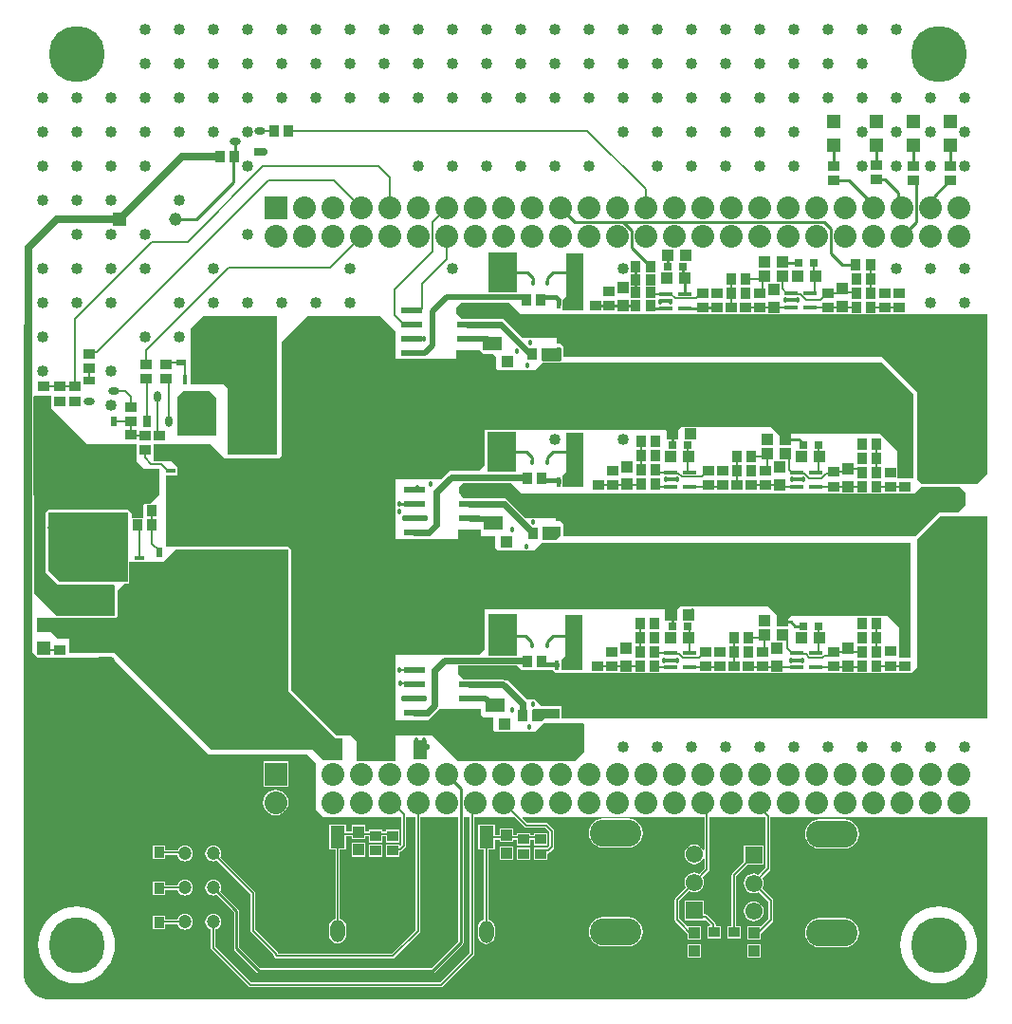
<source format=gbr>
G04*
G04 #@! TF.GenerationSoftware,Altium Limited,Altium Designer,23.6.0 (18)*
G04*
G04 Layer_Physical_Order=1*
G04 Layer_Color=255*
%FSLAX25Y25*%
%MOIN*%
G70*
G04*
G04 #@! TF.SameCoordinates,4C77A988-F8BE-4A75-A6A8-83DB4AFB9164*
G04*
G04*
G04 #@! TF.FilePolarity,Positive*
G04*
G01*
G75*
%ADD15C,0.01000*%
%ADD19C,0.01500*%
%ADD20C,0.02000*%
%ADD24R,0.01575X0.03268*%
%ADD25C,0.06505*%
%ADD31R,0.02559X0.02756*%
%ADD32R,0.04765X0.01465*%
G04:AMPARAMS|DCode=33|XSize=47.65mil|YSize=14.65mil|CornerRadius=7.33mil|HoleSize=0mil|Usage=FLASHONLY|Rotation=0.000|XOffset=0mil|YOffset=0mil|HoleType=Round|Shape=RoundedRectangle|*
%AMROUNDEDRECTD33*
21,1,0.04765,0.00000,0,0,0.0*
21,1,0.03300,0.01465,0,0,0.0*
1,1,0.01465,0.01650,0.00000*
1,1,0.01465,-0.01650,0.00000*
1,1,0.01465,-0.01650,0.00000*
1,1,0.01465,0.01650,0.00000*
%
%ADD33ROUNDEDRECTD33*%
%ADD38R,0.03268X0.01575*%
%ADD44O,0.03268X0.01575*%
G04:AMPARAMS|DCode=46|XSize=69.06mil|YSize=124.89mil|CornerRadius=17.96mil|HoleSize=0mil|Usage=FLASHONLY|Rotation=0.000|XOffset=0mil|YOffset=0mil|HoleType=Round|Shape=RoundedRectangle|*
%AMROUNDEDRECTD46*
21,1,0.06906,0.08897,0,0,0.0*
21,1,0.03315,0.12489,0,0,0.0*
1,1,0.03591,0.01658,-0.04449*
1,1,0.03591,-0.01658,-0.04449*
1,1,0.03591,-0.01658,0.04449*
1,1,0.03591,0.01658,0.04449*
%
%ADD46ROUNDEDRECTD46*%
G04:AMPARAMS|DCode=47|XSize=69.06mil|YSize=35.96mil|CornerRadius=17.98mil|HoleSize=0mil|Usage=FLASHONLY|Rotation=0.000|XOffset=0mil|YOffset=0mil|HoleType=Round|Shape=RoundedRectangle|*
%AMROUNDEDRECTD47*
21,1,0.06906,0.00000,0,0,0.0*
21,1,0.03310,0.03596,0,0,0.0*
1,1,0.03596,0.01655,0.00000*
1,1,0.03596,-0.01655,0.00000*
1,1,0.03596,-0.01655,0.00000*
1,1,0.03596,0.01655,0.00000*
%
%ADD47ROUNDEDRECTD47*%
%ADD48R,0.06906X0.03596*%
%ADD57R,0.04528X0.04528*%
%ADD58C,0.04528*%
%ADD59C,0.06102*%
%ADD60R,0.06102X0.06102*%
G04:AMPARAMS|DCode=61|XSize=94.49mil|YSize=181.1mil|CornerRadius=47.24mil|HoleSize=0mil|Usage=FLASHONLY|Rotation=270.000|XOffset=0mil|YOffset=0mil|HoleType=Round|Shape=RoundedRectangle|*
%AMROUNDEDRECTD61*
21,1,0.09449,0.08661,0,0,270.0*
21,1,0.00000,0.18110,0,0,270.0*
1,1,0.09449,-0.04331,0.00000*
1,1,0.09449,-0.04331,0.00000*
1,1,0.09449,0.04331,0.00000*
1,1,0.09449,0.04331,0.00000*
%
%ADD61ROUNDEDRECTD61*%
%ADD63R,0.08000X0.08000*%
%ADD64C,0.08000*%
%ADD65R,0.07800X0.02200*%
%ADD66R,0.03937X0.03937*%
%ADD67R,0.07087X0.05118*%
%ADD68R,0.02362X0.03543*%
%ADD69R,0.03937X0.03543*%
%ADD70R,0.03543X0.03937*%
%ADD71R,0.03937X0.03937*%
%ADD72R,0.05118X0.13386*%
%ADD73R,0.03937X0.02756*%
%ADD74O,0.03937X0.02756*%
%ADD75R,0.02756X0.03937*%
%ADD76O,0.02756X0.03937*%
%ADD77R,0.13386X0.05118*%
%ADD78R,0.03543X0.02362*%
%ADD79R,0.04724X0.04724*%
%ADD80R,0.05906X0.05118*%
%ADD81R,0.17323X0.07480*%
%ADD82R,0.05118X0.07874*%
%ADD83O,0.05118X0.07874*%
%ADD84R,0.05118X0.07087*%
%ADD85R,0.08661X0.09843*%
%ADD86C,0.00800*%
%ADD87C,0.02200*%
%ADD88C,0.02800*%
%ADD89C,0.01200*%
%ADD90C,0.07087*%
%ADD91R,0.07087X0.07087*%
%ADD92C,0.04724*%
%ADD93C,0.19685*%
%ADD94C,0.04000*%
%ADD95C,0.01800*%
G36*
X154674Y229157D02*
X144674D01*
X144674Y243157D01*
X154674Y243157D01*
Y229157D01*
D02*
G37*
G36*
X177986Y222971D02*
X170763D01*
X170762Y226551D01*
X172013Y227802D01*
Y243000D01*
X177986D01*
Y222971D01*
D02*
G37*
G36*
X170316Y205732D02*
X169584Y205000D01*
X164000Y205000D01*
X163341Y205659D01*
Y209733D01*
X170316D01*
Y205732D01*
D02*
G37*
G36*
X49000Y192106D02*
Y179000D01*
X35500D01*
Y192606D01*
X37571Y194677D01*
X46429D01*
X49000Y192106D01*
D02*
G37*
G36*
X70500Y172500D02*
X53500D01*
X53000Y173000D01*
Y195500D01*
X51461Y197039D01*
X40130D01*
Y200307D01*
X40000Y200437D01*
Y216500D01*
X44500Y221000D01*
X70500D01*
Y172500D01*
D02*
G37*
G36*
X154525Y166087D02*
X144525D01*
X144525Y180087D01*
X154525Y180087D01*
Y166087D01*
D02*
G37*
G36*
X112000Y215500D02*
Y206000D01*
X133500D01*
Y209000D01*
X141500D01*
X142088Y208412D01*
Y208332D01*
X142168D01*
X143000Y207500D01*
X146500D01*
X147500Y206500D01*
Y202512D01*
X147457Y202468D01*
X147925Y202000D01*
X161000D01*
X163577Y204577D01*
X163977D01*
X164000Y204567D01*
X169584Y204567D01*
X169607Y204577D01*
X282923D01*
X294000Y193500D01*
Y164000D01*
X288500D01*
Y173500D01*
X282500Y179500D01*
X251049D01*
Y175500D01*
X247094D01*
Y178906D01*
X244000Y182000D01*
X212500D01*
X211339Y180839D01*
Y177848D01*
X207381D01*
Y180619D01*
X207000Y181000D01*
X143500D01*
Y168500D01*
X141500Y166500D01*
X131000D01*
X128000Y163500D01*
X112100D01*
Y155137D01*
X112073Y155000D01*
X112100Y154863D01*
Y152423D01*
X112033Y152087D01*
X112100Y151752D01*
Y142400D01*
X133937D01*
X134000Y142338D01*
Y146000D01*
X142218D01*
Y143782D01*
X142500Y143500D01*
X147000D01*
Y139500D01*
X147926Y138574D01*
X157991D01*
X158000Y138573D01*
X158009Y138574D01*
X160574D01*
X163359Y141359D01*
X293000D01*
Y101000D01*
X289000D01*
Y111500D01*
X285000Y115500D01*
X251000D01*
X250000Y114500D01*
Y112000D01*
X246000D01*
Y116000D01*
X243000Y119000D01*
X212000D01*
X211000Y118000D01*
Y114000D01*
X207000D01*
Y118000D01*
X143500D01*
Y104000D01*
X141500Y102000D01*
X112000D01*
Y79000D01*
X123500D01*
X127500Y83000D01*
X142000D01*
Y81000D01*
X143000Y80000D01*
X146500D01*
Y75500D01*
X147016Y74984D01*
X160984D01*
X164000Y78000D01*
X178180D01*
X178532Y77645D01*
X178477Y67977D01*
X175000Y64500D01*
X134000D01*
X125000Y73500D01*
X112000D01*
Y64500D01*
X98325D01*
Y71650D01*
X96474Y73500D01*
X91500D01*
X75500Y89500D01*
Y139000D01*
X74500Y140000D01*
X31371D01*
X31371Y165000D01*
X35500D01*
Y168000D01*
X33500Y170000D01*
X27000D01*
Y176000D01*
X47000D01*
X52000Y171000D01*
X71000D01*
X72000Y172000D01*
Y212000D01*
X81000Y221000D01*
X106500D01*
X112000Y215500D01*
D02*
G37*
G36*
X155975Y221646D02*
X242632D01*
Y221632D01*
X247369D01*
Y221646D01*
X271769D01*
Y221632D01*
X276113D01*
Y221646D01*
X276887D01*
Y221632D01*
X281231D01*
Y221646D01*
X320197D01*
Y165697D01*
X316500Y162000D01*
X297000D01*
X295500Y163500D01*
Y194000D01*
X283035Y206465D01*
X171156D01*
Y209943D01*
X170029Y211367D01*
X168588D01*
Y213138D01*
X156862D01*
X150000Y220000D01*
X135000D01*
X133500Y222000D01*
Y224000D01*
X135000Y225500D01*
X152121D01*
X155975Y221646D01*
D02*
G37*
G36*
X178076Y160832D02*
X170702D01*
X170702Y164765D01*
X172104Y166166D01*
Y179795D01*
X178076D01*
Y160832D01*
D02*
G37*
G36*
X-9000Y188500D02*
X3500Y176000D01*
X21000D01*
Y170000D01*
X23850Y167150D01*
X29004D01*
Y158291D01*
X25713Y155000D01*
X24000D01*
X23500Y154500D01*
Y150000D01*
X19500D01*
Y151500D01*
X18000Y153000D01*
X-10000D01*
X-11000Y152000D01*
Y131000D01*
X-6500Y126500D01*
X13000D01*
X13500Y126000D01*
Y115500D01*
X4321D01*
Y115613D01*
X-2384D01*
Y115500D01*
X-7000Y115500D01*
X-15093Y123593D01*
X-15124Y192646D01*
X-14770Y193000D01*
X-9000D01*
Y188500D01*
D02*
G37*
G36*
X156356Y158500D02*
X168746D01*
Y158536D01*
X177604Y158536D01*
Y158500D01*
X268632D01*
Y158482D01*
X273369D01*
Y158500D01*
X294500D01*
X296762Y160762D01*
X310238Y160762D01*
X312500Y158500D01*
Y154500D01*
X310000Y152000D01*
X303000D01*
X294695Y143695D01*
X171161D01*
Y147717D01*
X170124Y149028D01*
Y148812D01*
X168549D01*
Y149900D01*
X160639D01*
X160500Y149927D01*
X160361Y149900D01*
X157668D01*
X150806Y156762D01*
X135807D01*
X134307Y158762D01*
Y160761D01*
X135807Y162261D01*
X152594D01*
X156356Y158500D01*
D02*
G37*
G36*
X170210Y146646D02*
X170201Y143763D01*
X168681Y142374D01*
X163672Y142374D01*
Y147000D01*
X169857D01*
X170210Y146646D01*
D02*
G37*
G36*
X18004Y127500D02*
X-6000D01*
X-10000Y131500D01*
Y152000D01*
X18004D01*
Y127500D01*
D02*
G37*
G36*
X154852Y101633D02*
X144852D01*
X144852Y116133D01*
X154852Y116133D01*
X154852Y101633D01*
D02*
G37*
G36*
X177752Y96568D02*
X170528D01*
X170528Y100310D01*
X171779Y101561D01*
Y115823D01*
X177752D01*
Y96568D01*
D02*
G37*
G36*
X320197Y79401D02*
X170562D01*
Y84000D01*
X163311D01*
X161048Y86263D01*
X158237D01*
X151500Y93000D01*
X150522Y92999D01*
X150452Y93046D01*
X149867Y93163D01*
X138052D01*
X137904Y93133D01*
X136214D01*
X134000Y95000D01*
Y98375D01*
X154625D01*
X156367Y96633D01*
X167367D01*
X167603Y96397D01*
Y96210D01*
X167790D01*
X168500Y95500D01*
X190631D01*
Y95482D01*
X195369D01*
Y95500D01*
X243632D01*
Y95482D01*
X248369D01*
Y95500D01*
X268632D01*
Y95482D01*
X273369D01*
Y95500D01*
X293500D01*
X295500Y97500D01*
Y142500D01*
X303500Y150500D01*
X320197D01*
Y79401D01*
D02*
G37*
G36*
X169736Y79500D02*
X164363D01*
X163557Y78694D01*
X160002D01*
X159979Y82310D01*
X160414Y82748D01*
X169736D01*
Y79500D01*
D02*
G37*
G36*
X74500Y89000D02*
X91000Y72500D01*
X93500D01*
Y65500D01*
X93538Y65462D01*
X93347Y65000D01*
X86500D01*
X83000Y68500D01*
X47500D01*
X13500Y102500D01*
X-2500D01*
Y107500D01*
X-6500D01*
X-9000Y110000D01*
X-14000Y110000D01*
Y115000D01*
X14000D01*
X14500Y115500D01*
Y124642D01*
X16858Y127000D01*
X18500D01*
Y134500D01*
X30500D01*
X35000Y139000D01*
X74500D01*
Y89000D01*
D02*
G37*
G36*
X-15517Y102928D02*
X-13860Y101000D01*
X12500D01*
X46500Y67000D01*
X81000D01*
X84000Y64000D01*
Y47500D01*
X86500Y45000D01*
X114184D01*
Y35346D01*
X113830Y34992D01*
X113368Y35184D01*
Y35286D01*
X108632D01*
Y30942D01*
X113368D01*
Y32558D01*
X113700Y32892D01*
X114012Y32954D01*
X114277Y33131D01*
X115577Y34431D01*
X115577Y34431D01*
X115754Y34696D01*
X115816Y35008D01*
X115816Y35008D01*
Y45000D01*
X119184D01*
Y5338D01*
X110755Y-3091D01*
X71305D01*
X70816Y-3000D01*
X70754Y-2688D01*
X70577Y-2423D01*
X70577Y-2423D01*
X62816Y5338D01*
Y18102D01*
X62816Y18102D01*
X62754Y18415D01*
X62577Y18679D01*
X50452Y30804D01*
X50691Y31381D01*
X50786Y32102D01*
X50691Y32823D01*
X50413Y33495D01*
X49970Y34072D01*
X49393Y34515D01*
X48721Y34793D01*
X48000Y34888D01*
X47279Y34793D01*
X46607Y34515D01*
X46030Y34072D01*
X45587Y33495D01*
X45309Y32823D01*
X45214Y32102D01*
X45309Y31381D01*
X45587Y30709D01*
X46030Y30132D01*
X46607Y29690D01*
X47279Y29411D01*
X48000Y29316D01*
X48721Y29411D01*
X49298Y29650D01*
X61184Y17764D01*
Y5000D01*
X61184Y5000D01*
X61246Y4688D01*
X61423Y4423D01*
X69184Y-3338D01*
Y-3531D01*
X69184Y-3531D01*
X69246Y-3844D01*
X69423Y-4108D01*
X69799Y-4484D01*
X69799Y-4484D01*
X70064Y-4661D01*
X70376Y-4723D01*
X70376Y-4723D01*
X111093D01*
X111093Y-4723D01*
X111405Y-4661D01*
X111670Y-4484D01*
X120577Y4423D01*
X120577Y4423D01*
X120754Y4688D01*
X120816Y5000D01*
Y45000D01*
X134082D01*
Y1380D01*
X124620Y-8082D01*
X64380D01*
X57070Y-772D01*
Y11950D01*
X57000Y12302D01*
X56801Y12599D01*
X50494Y18906D01*
X50691Y19381D01*
X50786Y20102D01*
X50691Y20823D01*
X50413Y21495D01*
X49970Y22072D01*
X49393Y22515D01*
X48721Y22794D01*
X48000Y22888D01*
X47279Y22794D01*
X46607Y22515D01*
X46030Y22072D01*
X45587Y21495D01*
X45309Y20823D01*
X45214Y20102D01*
X45309Y19381D01*
X45587Y18709D01*
X46030Y18132D01*
X46607Y17690D01*
X47279Y17411D01*
X48000Y17316D01*
X48721Y17411D01*
X49196Y17608D01*
X55234Y11570D01*
Y-1152D01*
X55304Y-1503D01*
X55503Y-1801D01*
X63351Y-9649D01*
X63649Y-9848D01*
X64000Y-9918D01*
X125000D01*
X125351Y-9848D01*
X125649Y-9649D01*
X135649Y351D01*
X135848Y649D01*
X135918Y1000D01*
Y45000D01*
X138184D01*
Y-2662D01*
X127662Y-13184D01*
X61338D01*
X48816Y-662D01*
Y5450D01*
X49393Y5690D01*
X49970Y6132D01*
X50413Y6709D01*
X50691Y7381D01*
X50786Y8102D01*
X50691Y8823D01*
X50413Y9495D01*
X49970Y10072D01*
X49393Y10515D01*
X48721Y10793D01*
X48000Y10888D01*
X47279Y10793D01*
X46607Y10515D01*
X46030Y10072D01*
X45587Y9495D01*
X45309Y8823D01*
X45214Y8102D01*
X45309Y7381D01*
X45587Y6709D01*
X46030Y6132D01*
X46607Y5690D01*
X47184Y5450D01*
Y-1000D01*
X47184Y-1000D01*
X47246Y-1312D01*
X47423Y-1577D01*
X60423Y-14577D01*
X60688Y-14754D01*
X61000Y-14816D01*
X61000Y-14816D01*
X128000D01*
X128000Y-14816D01*
X128312Y-14754D01*
X128577Y-14577D01*
X139577Y-3577D01*
X139754Y-3312D01*
X139816Y-3000D01*
X139816Y-3000D01*
Y45000D01*
X153847D01*
X157423Y41423D01*
X157423Y41423D01*
X157688Y41246D01*
X158000Y41184D01*
X158000Y41184D01*
X164662D01*
X166184Y39662D01*
Y34838D01*
X165762Y34415D01*
X165368Y34172D01*
Y34172D01*
X165368Y34172D01*
X160632D01*
Y29828D01*
X165368D01*
Y31998D01*
X165669Y32353D01*
X165981Y32415D01*
X166245Y32592D01*
X167577Y33923D01*
X167754Y34188D01*
X167816Y34500D01*
X167816Y34500D01*
Y40000D01*
X167816Y40000D01*
X167754Y40312D01*
X167577Y40577D01*
X167577Y40577D01*
X165577Y42577D01*
X165312Y42754D01*
X165000Y42816D01*
X165000Y42816D01*
X158338D01*
X156615Y44538D01*
X156807Y45000D01*
X220684D01*
Y33415D01*
X220184Y33316D01*
X220074Y33583D01*
X219520Y34304D01*
X218799Y34857D01*
X217960Y35205D01*
X217059Y35324D01*
X216158Y35205D01*
X215319Y34857D01*
X214598Y34304D01*
X214044Y33583D01*
X213697Y32743D01*
X213578Y31842D01*
X213697Y30942D01*
X214044Y30102D01*
X214598Y29381D01*
X215319Y28828D01*
X216158Y28480D01*
X217059Y28362D01*
X217960Y28480D01*
X218799Y28828D01*
X219520Y29381D01*
X220074Y30102D01*
X220184Y30369D01*
X220684Y30270D01*
Y26779D01*
X218868Y24962D01*
X218799Y25015D01*
X217960Y25362D01*
X217059Y25481D01*
X216158Y25362D01*
X215319Y25015D01*
X214598Y24461D01*
X214044Y23741D01*
X213697Y22901D01*
X213578Y22000D01*
X213697Y21099D01*
X214044Y20259D01*
X214097Y20191D01*
X210423Y16518D01*
X210246Y16253D01*
X210184Y15941D01*
X210184Y15941D01*
Y8850D01*
X210184Y8850D01*
X210246Y8538D01*
X210423Y8274D01*
X214632Y4065D01*
Y1781D01*
X219369D01*
Y6518D01*
X214632D01*
X214632Y6518D01*
Y6518D01*
X214240Y6764D01*
X211816Y9188D01*
Y15603D01*
X215250Y19038D01*
X215319Y18985D01*
X216158Y18638D01*
X217059Y18519D01*
X217960Y18638D01*
X218799Y18985D01*
X219520Y19539D01*
X220074Y20259D01*
X220421Y21099D01*
X220540Y22000D01*
X220421Y22901D01*
X220074Y23741D01*
X220021Y23809D01*
X222077Y25864D01*
X222077Y25864D01*
X222254Y26129D01*
X222316Y26441D01*
X222316Y26441D01*
Y45000D01*
X242068D01*
X242184Y44884D01*
Y27074D01*
X239750Y24639D01*
X239681Y24692D01*
X238842Y25039D01*
X237941Y25158D01*
X237040Y25039D01*
X236200Y24692D01*
X235479Y24139D01*
X234926Y23418D01*
X234579Y22578D01*
X234460Y21677D01*
X234579Y20776D01*
X234926Y19937D01*
X235479Y19216D01*
X236200Y18663D01*
X237040Y18315D01*
X237941Y18196D01*
X238842Y18315D01*
X239681Y18663D01*
X239750Y18715D01*
X243184Y15280D01*
Y9188D01*
X240760Y6764D01*
X240369Y6518D01*
Y6518D01*
X240369Y6518D01*
X235631D01*
Y1781D01*
X240369D01*
Y4065D01*
X244577Y8274D01*
X244754Y8538D01*
X244816Y8850D01*
X244816Y8850D01*
Y15618D01*
X244754Y15930D01*
X244577Y16195D01*
X244577Y16195D01*
X240903Y19869D01*
X240955Y19937D01*
X241303Y20776D01*
X241422Y21677D01*
X241303Y22578D01*
X240955Y23418D01*
X240903Y23486D01*
X243577Y26159D01*
X243577Y26160D01*
X243754Y26424D01*
X243816Y26736D01*
X243816Y26736D01*
Y45000D01*
X320197D01*
Y-10000D01*
Y-10906D01*
X319844Y-12683D01*
X319150Y-14356D01*
X318144Y-15863D01*
X316863Y-17144D01*
X315356Y-18150D01*
X313683Y-18844D01*
X311906Y-19197D01*
X-10174D01*
X-11951Y-18844D01*
X-13625Y-18150D01*
X-15131Y-17144D01*
X-16412Y-15863D01*
X-17418Y-14356D01*
X-18112Y-12683D01*
X-18465Y-10906D01*
Y-10000D01*
Y218000D01*
X-15568D01*
X-15517Y102928D01*
D02*
G37*
%LPC*%
G36*
X173554Y77181D02*
Y77137D01*
X173887D01*
X173554Y77181D01*
D02*
G37*
G36*
X173154D02*
X172822Y77137D01*
X173154D01*
Y77181D01*
D02*
G37*
G36*
X74400Y64400D02*
X65600D01*
Y55600D01*
X74400D01*
Y64400D01*
D02*
G37*
G36*
X70000Y54438D02*
X68851Y54287D01*
X67781Y53843D01*
X66862Y53138D01*
X66157Y52219D01*
X65713Y51149D01*
X65562Y50000D01*
X65713Y48851D01*
X66157Y47781D01*
X66862Y46862D01*
X67781Y46157D01*
X68851Y45713D01*
X70000Y45562D01*
X71149Y45713D01*
X72219Y46157D01*
X73138Y46862D01*
X73843Y47781D01*
X74287Y48851D01*
X74438Y50000D01*
X74287Y51149D01*
X73843Y52219D01*
X73138Y53138D01*
X72219Y53843D01*
X71149Y54287D01*
X70000Y54438D01*
D02*
G37*
G36*
X94676Y42337D02*
X88757D01*
Y33663D01*
X90901D01*
Y9172D01*
X90224Y8892D01*
X89606Y8417D01*
X89132Y7799D01*
X88834Y7080D01*
X88732Y6307D01*
Y3551D01*
X88834Y2779D01*
X89132Y2059D01*
X89606Y1441D01*
X90224Y967D01*
X90944Y668D01*
X91716Y567D01*
X92489Y668D01*
X93209Y967D01*
X93827Y1441D01*
X94301Y2059D01*
X94599Y2779D01*
X94701Y3551D01*
Y6307D01*
X94599Y7080D01*
X94301Y7799D01*
X93827Y8417D01*
X93209Y8892D01*
X92532Y9172D01*
Y33663D01*
X94676D01*
Y38184D01*
X96631D01*
Y37340D01*
X101368D01*
Y38184D01*
X102631D01*
Y36061D01*
X107369D01*
Y38184D01*
X108632D01*
Y36061D01*
X113368D01*
Y40404D01*
X108632D01*
Y39816D01*
X107369D01*
Y40404D01*
X102631D01*
Y39816D01*
X101368D01*
Y42077D01*
X96631D01*
Y39816D01*
X94676D01*
Y42337D01*
D02*
G37*
G36*
X146959Y42124D02*
X141041D01*
Y33450D01*
X143184D01*
Y8959D01*
X142508Y8679D01*
X141890Y8205D01*
X141415Y7587D01*
X141117Y6867D01*
X141015Y6095D01*
Y3339D01*
X141117Y2566D01*
X141415Y1846D01*
X141890Y1228D01*
X142508Y754D01*
X143228Y456D01*
X144000Y354D01*
X144773Y456D01*
X145492Y754D01*
X146110Y1228D01*
X146585Y1846D01*
X146883Y2566D01*
X146985Y3339D01*
Y6095D01*
X146883Y6867D01*
X146585Y7587D01*
X146110Y8205D01*
X145492Y8679D01*
X144816Y8959D01*
Y33450D01*
X146959D01*
Y36972D01*
X148632D01*
Y36226D01*
X153368D01*
Y36972D01*
X154631D01*
Y34946D01*
X159369D01*
Y36972D01*
X160632D01*
Y34947D01*
X165368D01*
Y39290D01*
X160632D01*
Y38603D01*
X159369D01*
Y39290D01*
X154631D01*
Y38603D01*
X153368D01*
Y40963D01*
X148632D01*
Y38603D01*
X146959D01*
Y42124D01*
D02*
G37*
G36*
X193831Y44491D02*
X185169D01*
X183832Y44315D01*
X182585Y43799D01*
X181515Y42978D01*
X180693Y41907D01*
X180177Y40661D01*
X180001Y39323D01*
X180177Y37985D01*
X180693Y36738D01*
X181515Y35668D01*
X182585Y34847D01*
X183832Y34330D01*
X185169Y34154D01*
X193831D01*
X195168Y34330D01*
X196415Y34847D01*
X197485Y35668D01*
X198307Y36738D01*
X198823Y37985D01*
X198999Y39323D01*
X198823Y40661D01*
X198307Y41907D01*
X197485Y42978D01*
X196415Y43799D01*
X195168Y44315D01*
X193831Y44491D01*
D02*
G37*
G36*
X269831Y44169D02*
X261169D01*
X259832Y43992D01*
X258585Y43476D01*
X257515Y42655D01*
X256693Y41584D01*
X256177Y40338D01*
X256001Y39000D01*
X256177Y37662D01*
X256693Y36416D01*
X257515Y35345D01*
X258585Y34524D01*
X259832Y34007D01*
X261169Y33831D01*
X269831D01*
X271168Y34007D01*
X272415Y34524D01*
X273485Y35345D01*
X274307Y36416D01*
X274823Y37662D01*
X274999Y39000D01*
X274823Y40338D01*
X274307Y41584D01*
X273485Y42655D01*
X272415Y43476D01*
X271168Y43992D01*
X269831Y44169D01*
D02*
G37*
G36*
X38000Y34888D02*
X37279Y34793D01*
X36607Y34515D01*
X36030Y34072D01*
X35587Y33495D01*
X35513Y33316D01*
X31231Y33316D01*
Y34868D01*
X26887D01*
Y30132D01*
X31231D01*
Y31684D01*
X35269Y31684D01*
X35309Y31381D01*
X35587Y30709D01*
X36030Y30132D01*
X36607Y29690D01*
X37279Y29411D01*
X38000Y29316D01*
X38721Y29411D01*
X39393Y29690D01*
X39970Y30132D01*
X40413Y30709D01*
X40691Y31381D01*
X40786Y32102D01*
X40691Y32823D01*
X40413Y33495D01*
X39970Y34072D01*
X39393Y34515D01*
X38721Y34793D01*
X38000Y34888D01*
D02*
G37*
G36*
X101368Y35778D02*
X96631D01*
Y31041D01*
X101368D01*
Y35778D01*
D02*
G37*
G36*
X107369Y35286D02*
X102631D01*
Y30942D01*
X107369D01*
Y35286D01*
D02*
G37*
G36*
X153368Y34664D02*
X148632D01*
Y29927D01*
X153368D01*
Y34664D01*
D02*
G37*
G36*
X159369Y34172D02*
X154631D01*
Y29828D01*
X159369D01*
Y34172D01*
D02*
G37*
G36*
X38000Y22888D02*
X37279Y22793D01*
X36607Y22515D01*
X36030Y22072D01*
X35587Y21495D01*
X35348Y20918D01*
X31231Y20918D01*
Y22368D01*
X26887D01*
Y17631D01*
X31231D01*
Y19287D01*
X35348Y19287D01*
X35587Y18709D01*
X36030Y18132D01*
X36607Y17690D01*
X37279Y17411D01*
X38000Y17316D01*
X38721Y17411D01*
X39393Y17690D01*
X39970Y18132D01*
X40413Y18709D01*
X40691Y19381D01*
X40786Y20102D01*
X40691Y20823D01*
X40413Y21495D01*
X39970Y22072D01*
X39393Y22515D01*
X38721Y22793D01*
X38000Y22888D01*
D02*
G37*
G36*
Y10888D02*
X37279Y10793D01*
X36607Y10515D01*
X36030Y10072D01*
X35587Y9495D01*
X35348Y8918D01*
X31231D01*
Y10368D01*
X26887D01*
Y5632D01*
X31231D01*
Y7287D01*
X35348D01*
X35587Y6709D01*
X36030Y6132D01*
X36607Y5690D01*
X37279Y5411D01*
X38000Y5316D01*
X38721Y5411D01*
X39393Y5690D01*
X39970Y6132D01*
X40413Y6709D01*
X40691Y7381D01*
X40786Y8102D01*
X40691Y8823D01*
X40413Y9495D01*
X39970Y10072D01*
X39393Y10515D01*
X38721Y10793D01*
X38000Y10888D01*
D02*
G37*
G36*
X237941Y15316D02*
X237040Y15197D01*
X236200Y14849D01*
X235479Y14296D01*
X234926Y13575D01*
X234579Y12736D01*
X234460Y11835D01*
X234579Y10934D01*
X234926Y10094D01*
X235479Y9373D01*
X236200Y8820D01*
X237040Y8472D01*
X237941Y8354D01*
X238842Y8472D01*
X239681Y8820D01*
X240402Y9373D01*
X240955Y10094D01*
X241303Y10934D01*
X241422Y11835D01*
X241303Y12736D01*
X240955Y13575D01*
X240402Y14296D01*
X239681Y14849D01*
X238842Y15197D01*
X237941Y15316D01*
D02*
G37*
G36*
X241392Y34971D02*
X234490D01*
Y29222D01*
X230423Y25155D01*
X230246Y24891D01*
X230184Y24579D01*
X230184Y24579D01*
Y6731D01*
X228631D01*
Y2387D01*
X233368D01*
Y6731D01*
X231816D01*
Y24241D01*
X235643Y28069D01*
X241392D01*
Y34971D01*
D02*
G37*
G36*
X220510Y15609D02*
X213608D01*
Y8706D01*
X220510D01*
Y8706D01*
X221010Y8836D01*
X222616Y7231D01*
X222409Y6731D01*
X221632D01*
Y2387D01*
X226368D01*
Y6731D01*
X224571D01*
Y7245D01*
X224509Y7557D01*
X224332Y7822D01*
X224332Y7822D01*
X221601Y10552D01*
X221337Y10729D01*
X221024Y10791D01*
X221024Y10791D01*
X220510D01*
Y15609D01*
D02*
G37*
G36*
X193831Y9846D02*
X185169D01*
X183832Y9670D01*
X182585Y9153D01*
X181515Y8332D01*
X180693Y7261D01*
X180177Y6015D01*
X180001Y4677D01*
X180177Y3339D01*
X180693Y2093D01*
X181515Y1022D01*
X182585Y201D01*
X183832Y-315D01*
X185169Y-491D01*
X193831D01*
X195168Y-315D01*
X196415Y201D01*
X197485Y1022D01*
X198307Y2093D01*
X198823Y3339D01*
X198999Y4677D01*
X198823Y6015D01*
X198307Y7261D01*
X197485Y8332D01*
X196415Y9153D01*
X195168Y9670D01*
X193831Y9846D01*
D02*
G37*
G36*
X269831Y9523D02*
X261169D01*
X259832Y9347D01*
X258585Y8830D01*
X257515Y8009D01*
X256693Y6939D01*
X256177Y5692D01*
X256001Y4354D01*
X256177Y3017D01*
X256693Y1770D01*
X257515Y700D01*
X258585Y-122D01*
X259832Y-638D01*
X261169Y-814D01*
X269831D01*
X271168Y-638D01*
X272415Y-122D01*
X273485Y700D01*
X274307Y1770D01*
X274823Y3017D01*
X274999Y4354D01*
X274823Y5692D01*
X274307Y6939D01*
X273485Y8009D01*
X272415Y8830D01*
X271168Y9347D01*
X269831Y9523D01*
D02*
G37*
G36*
X240369Y219D02*
X235631D01*
Y-4518D01*
X240369D01*
Y219D01*
D02*
G37*
G36*
X219369D02*
X214632D01*
Y-4518D01*
X219369D01*
Y219D01*
D02*
G37*
G36*
X303000Y13441D02*
X300897Y13276D01*
X298846Y12784D01*
X296898Y11976D01*
X295099Y10874D01*
X293495Y9505D01*
X292126Y7901D01*
X291024Y6102D01*
X290216Y4154D01*
X289724Y2103D01*
X289559Y0D01*
X289724Y-2103D01*
X290216Y-4154D01*
X291024Y-6102D01*
X292126Y-7901D01*
X293495Y-9505D01*
X295099Y-10874D01*
X296898Y-11976D01*
X298846Y-12784D01*
X300897Y-13276D01*
X303000Y-13441D01*
X305103Y-13276D01*
X307154Y-12784D01*
X309102Y-11976D01*
X310901Y-10874D01*
X312505Y-9505D01*
X313874Y-7901D01*
X314976Y-6102D01*
X315784Y-4154D01*
X316276Y-2103D01*
X316441Y0D01*
X316276Y2103D01*
X315784Y4154D01*
X314976Y6102D01*
X313874Y7901D01*
X312505Y9505D01*
X310901Y10874D01*
X309102Y11976D01*
X307154Y12784D01*
X305103Y13276D01*
X303000Y13441D01*
D02*
G37*
G36*
X0D02*
X-2103Y13276D01*
X-4154Y12784D01*
X-6102Y11976D01*
X-7901Y10874D01*
X-9505Y9505D01*
X-10874Y7901D01*
X-11976Y6102D01*
X-12784Y4154D01*
X-13276Y2103D01*
X-13441Y0D01*
X-13276Y-2103D01*
X-12784Y-4154D01*
X-11976Y-6102D01*
X-10874Y-7901D01*
X-9505Y-9505D01*
X-7901Y-10874D01*
X-6102Y-11976D01*
X-4154Y-12784D01*
X-2103Y-13276D01*
X0Y-13441D01*
X2103Y-13276D01*
X4154Y-12784D01*
X6102Y-11976D01*
X7901Y-10874D01*
X9505Y-9505D01*
X10874Y-7901D01*
X11976Y-6102D01*
X12784Y-4154D01*
X13276Y-2103D01*
X13441Y0D01*
X13276Y2103D01*
X12784Y4154D01*
X11976Y6102D01*
X10874Y7901D01*
X9505Y9505D01*
X7901Y10874D01*
X6102Y11976D01*
X4154Y12784D01*
X2103Y13276D01*
X0Y13441D01*
D02*
G37*
%LPD*%
D15*
X118829Y159750D02*
X118929D01*
X119779Y160600D01*
X118704Y154875D02*
X118829Y154750D01*
X113625Y154875D02*
X118704D01*
X113500Y155000D02*
X113625Y154875D01*
X165525Y169587D02*
Y171087D01*
X167525Y173087D01*
X160525Y232587D02*
Y234087D01*
X158525Y236087D02*
X160525Y234087D01*
X170000Y258869D02*
Y258968D01*
Y258869D02*
X175000Y253869D01*
X130000Y60000D02*
X135000Y55000D01*
X125000Y-9000D02*
X135000Y1000D01*
Y55000D01*
X195100Y244768D02*
Y250900D01*
X192131Y253869D02*
X195100Y250900D01*
X175000Y253869D02*
X192131D01*
X262632D01*
X265100Y242900D02*
Y251400D01*
X262632Y253869D02*
X265100Y251400D01*
X269000Y239000D02*
X273882D01*
X265100Y242900D02*
X269000Y239000D01*
X195100Y244768D02*
X201584Y238284D01*
Y238087D02*
Y238284D01*
X307000Y273559D02*
Y280866D01*
X307000Y280866D01*
X294000Y273559D02*
Y280866D01*
X281000Y274000D02*
Y280866D01*
X281000Y280866D02*
X281000Y280866D01*
X266000Y273559D02*
Y280866D01*
X252500Y112000D02*
X255343D01*
X248150Y114000D02*
X248682Y113468D01*
X251032D01*
X252500Y112000D01*
X209343D02*
Y115508D01*
X208850Y116000D02*
X209343Y115508D01*
X254563Y176279D02*
Y176914D01*
X253977Y177500D02*
X254563Y176914D01*
X249150Y177500D02*
X253977D01*
X254563Y176279D02*
X255343Y175500D01*
X209343D02*
Y179492D01*
X209350Y179500D01*
X192025Y224646D02*
X196407D01*
X187189D02*
X192025D01*
X167525Y236087D02*
X174253D01*
X174253Y236087D01*
X165525Y232587D02*
Y234087D01*
X167525Y236087D01*
X207867Y242079D02*
X207875Y242087D01*
X207867Y238087D02*
Y242079D01*
X196466Y238087D02*
X196466Y238087D01*
Y233587D02*
Y238087D01*
Y229087D02*
Y233587D01*
X213459Y228646D02*
X213674Y228861D01*
X213182Y234579D02*
Y238087D01*
X213674Y228861D02*
Y234087D01*
X213182Y234579D02*
X213674Y234087D01*
X213393Y228646D02*
X213459D01*
X213178Y228861D02*
X213393Y228646D01*
X151796Y236087D02*
X158525D01*
X151796Y236087D02*
X151796Y236087D01*
X182525Y224646D02*
X187189D01*
X220000Y223941D02*
X220000Y223941D01*
X248650Y239500D02*
X253842D01*
X248150Y240000D02*
X248650Y239500D01*
X220000Y223941D02*
X225000D01*
X219587Y223528D02*
X220000Y223941D01*
X202643Y223528D02*
X207175D01*
X213875Y223528D02*
X219587D01*
X201584Y224587D02*
X202643Y223528D01*
X196407Y224646D02*
X196466Y224587D01*
X167252Y108686D02*
X173980D01*
X173980Y108686D01*
X165252Y105186D02*
Y106686D01*
X167252Y108686D01*
X151123Y108633D02*
X151123Y108633D01*
X157852Y108633D01*
X159852Y105133D02*
Y106633D01*
X157852Y108633D02*
X159852Y106633D01*
X167525Y173087D02*
X174253D01*
X174253Y173087D01*
X160025Y169587D02*
Y171087D01*
X158025Y173087D02*
X160025Y171087D01*
X151296Y173087D02*
X158025D01*
X151296Y173087D02*
X151296Y173087D01*
X56152Y-1152D02*
Y11950D01*
X64000Y-9000D02*
X125000D01*
X56152Y-1152D02*
X64000Y-9000D01*
X48000Y20102D02*
X56152Y11950D01*
X55559Y277000D02*
X55839Y277279D01*
Y282240D01*
X55000Y276441D02*
X55559Y277000D01*
X55000Y268000D02*
Y276441D01*
X34843Y255000D02*
X42000D01*
X55000Y268000D01*
X29059Y8000D02*
X29161Y8102D01*
X266000Y268441D02*
X271559D01*
X280000Y260000D01*
Y258968D02*
Y260000D01*
X281000Y268882D02*
X284118D01*
X288661Y260308D02*
X290000Y258968D01*
X288661Y260308D02*
Y264339D01*
X284118Y268882D02*
X288661Y264339D01*
X294000Y268441D02*
X294900Y267541D01*
Y253869D02*
Y267541D01*
X290000Y248969D02*
X294900Y253869D01*
X306803Y268441D02*
X307000D01*
X301339Y262977D02*
X306803Y268441D01*
X301339Y260308D02*
Y262977D01*
X300000Y258968D02*
X301339Y260308D01*
D19*
X163084Y227590D02*
X168459D01*
X169338Y226712D01*
Y225125D02*
Y226712D01*
Y225125D02*
X169375Y225087D01*
X163352Y98633D02*
X168753D01*
X168790Y98243D02*
Y98596D01*
X168753Y98633D02*
X168790Y98596D01*
X169336Y162532D02*
Y163213D01*
X169299Y163250D02*
X169336Y163213D01*
X163088Y163250D02*
X169299D01*
D20*
X138052Y86633D02*
X143705D01*
X146047Y84291D02*
X147031D01*
X143705Y86633D02*
X146047Y84291D01*
X138229Y149750D02*
X138329Y149650D01*
X143688D01*
X145547Y147791D01*
X146531D01*
X137288Y212938D02*
X137389Y212838D01*
X144485D01*
X146031Y211291D01*
X125025Y222587D02*
X129938Y227500D01*
X158430D01*
X122475Y208038D02*
X125025Y210587D01*
Y222587D01*
X117989Y208038D02*
X122475D01*
X117888Y207938D02*
X117989Y208038D01*
D24*
X176470Y81133D02*
D03*
X173911Y81133D02*
D03*
X171352D02*
D03*
X168793Y81133D02*
D03*
X176943Y208234D02*
D03*
X174384D02*
D03*
X171825D02*
D03*
X169266Y208234D02*
D03*
X177052Y225087D02*
D03*
X174493Y225087D02*
D03*
X171934Y225087D02*
D03*
X169375Y225087D02*
D03*
X168790Y98243D02*
D03*
X171349D02*
D03*
X173908D02*
D03*
X176468D02*
D03*
X169438Y145355D02*
D03*
X171997D02*
D03*
X174556D02*
D03*
X177115D02*
D03*
X169336Y162532D02*
D03*
X171895Y162532D02*
D03*
X174454D02*
D03*
X177013Y162532D02*
D03*
X38161Y198673D02*
D03*
X40720Y198673D02*
D03*
X43279D02*
D03*
X45839Y198673D02*
D03*
D25*
X173354Y73523D02*
D03*
X173827Y200624D02*
D03*
X173936Y217477D02*
D03*
X173352Y90633D02*
D03*
X174000Y137745D02*
D03*
X173898Y154922D02*
D03*
X25390Y161998D02*
D03*
X14390Y131439D02*
D03*
X42723Y191063D02*
D03*
D31*
X260658Y112000D02*
D03*
X255343D02*
D03*
X214657D02*
D03*
X209343D02*
D03*
Y175500D02*
D03*
X214657D02*
D03*
X260658D02*
D03*
X255343D02*
D03*
X207867Y238087D02*
D03*
X213182D02*
D03*
X259157Y239500D02*
D03*
X253842D02*
D03*
D32*
X253150Y102559D02*
D03*
X208800Y166000D02*
D03*
X253150Y166059D02*
D03*
X207175Y228646D02*
D03*
X251150Y229059D02*
D03*
X208650Y102559D02*
D03*
D33*
X253150Y100000D02*
D03*
Y97441D02*
D03*
X259850D02*
D03*
Y102559D02*
D03*
X208800Y163441D02*
D03*
Y160882D02*
D03*
X215500Y160882D02*
D03*
X215500Y166000D02*
D03*
X253150Y163500D02*
D03*
Y160941D02*
D03*
X259850D02*
D03*
Y166059D02*
D03*
X207175Y226087D02*
D03*
X207175Y223528D02*
D03*
X213875Y223528D02*
D03*
X213875Y228646D02*
D03*
X251150Y226500D02*
D03*
Y223941D02*
D03*
X257850Y223941D02*
D03*
X257850Y229059D02*
D03*
X215350Y102559D02*
D03*
Y97441D02*
D03*
X208650Y97441D02*
D03*
X208650Y100000D02*
D03*
D38*
X33000Y158882D02*
D03*
X33000Y161441D02*
D03*
Y164000D02*
D03*
Y166559D02*
D03*
X22000Y136000D02*
D03*
X22000Y133441D02*
D03*
X22000Y130882D02*
D03*
D44*
X22000Y128323D02*
D03*
D46*
X34772Y108500D02*
D03*
D47*
X10165Y99445D02*
D03*
Y108500D02*
D03*
D48*
Y117555D02*
D03*
D57*
X15157Y255000D02*
D03*
D58*
X34843D02*
D03*
D59*
X237941Y11835D02*
D03*
Y21677D02*
D03*
X217059Y31842D02*
D03*
Y22000D02*
D03*
D60*
X237941Y31520D02*
D03*
X217059Y12157D02*
D03*
D61*
X265500Y4354D02*
D03*
Y39000D02*
D03*
X189500Y39323D02*
D03*
Y4677D02*
D03*
D63*
X70000Y60000D02*
D03*
Y258968D02*
D03*
D64*
X70000Y50000D02*
D03*
X80000Y60000D02*
D03*
X80000Y50000D02*
D03*
X90000Y60000D02*
D03*
Y50000D02*
D03*
X100000Y60000D02*
D03*
Y50000D02*
D03*
X110000Y60000D02*
D03*
X110000Y50000D02*
D03*
X120000Y60000D02*
D03*
Y50000D02*
D03*
X130000Y60000D02*
D03*
X130000Y50000D02*
D03*
X140000Y60000D02*
D03*
X140000Y50000D02*
D03*
X150000Y60000D02*
D03*
Y50000D02*
D03*
X160000Y60000D02*
D03*
X160000Y50000D02*
D03*
X170000Y60000D02*
D03*
X170000Y50000D02*
D03*
X180000Y60000D02*
D03*
Y50000D02*
D03*
X190000Y60000D02*
D03*
Y50000D02*
D03*
X200000Y60000D02*
D03*
Y50000D02*
D03*
X210000Y60000D02*
D03*
X210000Y50000D02*
D03*
X220000Y60000D02*
D03*
X220000Y50000D02*
D03*
X230000Y60000D02*
D03*
Y50000D02*
D03*
X240000Y60000D02*
D03*
Y50000D02*
D03*
X250000Y60000D02*
D03*
X250000Y50000D02*
D03*
X260000Y60000D02*
D03*
X260000Y50000D02*
D03*
X270000Y60000D02*
D03*
Y50000D02*
D03*
X280000Y60000D02*
D03*
X280000Y50000D02*
D03*
X290000Y60000D02*
D03*
Y50000D02*
D03*
X300000Y60000D02*
D03*
X300000Y50000D02*
D03*
X310000Y60000D02*
D03*
X310000Y50000D02*
D03*
X210000Y258968D02*
D03*
X190000Y248969D02*
D03*
X200000D02*
D03*
X240000Y258968D02*
D03*
X230000Y248969D02*
D03*
X210000D02*
D03*
X180000Y258968D02*
D03*
X240000Y248969D02*
D03*
X220000D02*
D03*
X250000D02*
D03*
X270000D02*
D03*
X280000Y258968D02*
D03*
X280000Y248969D02*
D03*
X290000Y258968D02*
D03*
X290000Y248969D02*
D03*
X300000Y258968D02*
D03*
Y248969D02*
D03*
X310000D02*
D03*
X260000Y258968D02*
D03*
X250000Y258968D02*
D03*
X260000Y248969D02*
D03*
X270000Y258968D02*
D03*
X310000D02*
D03*
X170000D02*
D03*
X230000D02*
D03*
X220000D02*
D03*
X200000Y258968D02*
D03*
X190000D02*
D03*
X180000Y248969D02*
D03*
X170000D02*
D03*
X150000Y258968D02*
D03*
X160000Y248969D02*
D03*
X140000D02*
D03*
X160000Y258968D02*
D03*
X150000Y248969D02*
D03*
X140000Y258968D02*
D03*
X130000Y258968D02*
D03*
X80000D02*
D03*
X90000D02*
D03*
X90000Y248969D02*
D03*
X100000Y258968D02*
D03*
X110000D02*
D03*
Y248969D02*
D03*
X120000D02*
D03*
X100000D02*
D03*
X130000D02*
D03*
X80000D02*
D03*
X70000D02*
D03*
X120000Y258968D02*
D03*
D65*
X138052Y81633D02*
D03*
Y86633D02*
D03*
Y91633D02*
D03*
Y96633D02*
D03*
X118652D02*
D03*
Y91633D02*
D03*
Y86633D02*
D03*
Y81633D02*
D03*
X117888Y207938D02*
D03*
X117888Y212938D02*
D03*
X117888Y217938D02*
D03*
Y222938D02*
D03*
X137288Y222938D02*
D03*
X137288Y217938D02*
D03*
Y212938D02*
D03*
X137288Y207938D02*
D03*
X118829Y144750D02*
D03*
Y149750D02*
D03*
Y154750D02*
D03*
Y159750D02*
D03*
X138229D02*
D03*
Y154750D02*
D03*
Y149750D02*
D03*
Y144750D02*
D03*
D66*
X144202Y77633D02*
D03*
X150501D02*
D03*
X254850Y108000D02*
D03*
X261150D02*
D03*
X241850Y114000D02*
D03*
X248150D02*
D03*
X215150Y116000D02*
D03*
X208850D02*
D03*
X208850Y108000D02*
D03*
X215150D02*
D03*
X242850Y172500D02*
D03*
X249150D02*
D03*
X209350Y179500D02*
D03*
X215650D02*
D03*
X215150Y171500D02*
D03*
X208850D02*
D03*
X254850D02*
D03*
X261150D02*
D03*
X242850Y177500D02*
D03*
X249150D02*
D03*
X213674Y234087D02*
D03*
X207375D02*
D03*
X151375Y205012D02*
D03*
X145076Y205012D02*
D03*
X248150Y235000D02*
D03*
X241850D02*
D03*
X259650D02*
D03*
X253350D02*
D03*
X248150Y240000D02*
D03*
X241850D02*
D03*
X207875Y242087D02*
D03*
X214174D02*
D03*
X151174Y141587D02*
D03*
X144875D02*
D03*
X248150Y109000D02*
D03*
X241850D02*
D03*
D67*
X147031Y84291D02*
D03*
X147031Y95709D02*
D03*
X146031Y222709D02*
D03*
X146031Y211291D02*
D03*
X146531Y159709D02*
D03*
X146531Y148291D02*
D03*
D68*
X13000Y173764D02*
D03*
Y184000D02*
D03*
X29000Y127764D02*
D03*
Y138000D02*
D03*
D69*
X291000Y97941D02*
D03*
Y103059D02*
D03*
X286000Y103118D02*
D03*
Y98000D02*
D03*
X188500Y166559D02*
D03*
X188500Y161441D02*
D03*
X222000Y161441D02*
D03*
Y166559D02*
D03*
X227000Y166559D02*
D03*
Y161441D02*
D03*
X242000Y166618D02*
D03*
Y161500D02*
D03*
X183500Y156441D02*
D03*
Y161559D02*
D03*
X232000Y156441D02*
D03*
Y161559D02*
D03*
X237000Y156441D02*
D03*
Y161559D02*
D03*
X286000Y166059D02*
D03*
Y160941D02*
D03*
X291000Y160941D02*
D03*
Y166059D02*
D03*
X266000Y166118D02*
D03*
Y161000D02*
D03*
X187189Y224530D02*
D03*
Y229648D02*
D03*
X225000Y229059D02*
D03*
Y223941D02*
D03*
X220000Y229059D02*
D03*
X220000Y223941D02*
D03*
X264000Y229059D02*
D03*
Y223941D02*
D03*
X240000Y229059D02*
D03*
Y223941D02*
D03*
X284000Y223941D02*
D03*
Y229059D02*
D03*
X289000Y229059D02*
D03*
Y223941D02*
D03*
X235000Y224059D02*
D03*
Y218941D02*
D03*
X230000Y224059D02*
D03*
Y218941D02*
D03*
X182525Y219528D02*
D03*
Y224646D02*
D03*
X31500Y204059D02*
D03*
Y198941D02*
D03*
X24500Y198941D02*
D03*
Y204059D02*
D03*
X29000Y179059D02*
D03*
X29000Y173941D02*
D03*
X266000Y103059D02*
D03*
Y97941D02*
D03*
X183000Y98059D02*
D03*
Y92941D02*
D03*
X188000Y103059D02*
D03*
Y97941D02*
D03*
X221000Y103059D02*
D03*
Y97941D02*
D03*
X226000Y97941D02*
D03*
Y103059D02*
D03*
X236000Y98059D02*
D03*
Y92941D02*
D03*
X231000Y98000D02*
D03*
Y92882D02*
D03*
X241000Y97941D02*
D03*
Y103059D02*
D03*
X-11500Y196118D02*
D03*
X-11500Y191000D02*
D03*
X-500Y191000D02*
D03*
Y196118D02*
D03*
X-6000Y191000D02*
D03*
X-6000Y196118D02*
D03*
X-5968Y98441D02*
D03*
Y103559D02*
D03*
X157000Y37118D02*
D03*
Y32000D02*
D03*
X163000Y37118D02*
D03*
Y32000D02*
D03*
X231000Y4559D02*
D03*
Y-559D02*
D03*
X111000Y38232D02*
D03*
Y33114D02*
D03*
X105000Y38232D02*
D03*
Y33114D02*
D03*
X294000Y273559D02*
D03*
X294000Y268441D02*
D03*
X281000Y274000D02*
D03*
Y268882D02*
D03*
X266000Y273559D02*
D03*
Y268441D02*
D03*
X307000Y273559D02*
D03*
Y268441D02*
D03*
X224000Y4559D02*
D03*
Y-559D02*
D03*
X19000Y183941D02*
D03*
Y189059D02*
D03*
X4500Y207559D02*
D03*
X4500Y202441D02*
D03*
X24000Y179059D02*
D03*
Y173941D02*
D03*
X19000Y174000D02*
D03*
Y179118D02*
D03*
D70*
X276000Y113000D02*
D03*
X281118D02*
D03*
X203059D02*
D03*
X197941D02*
D03*
X197941Y103000D02*
D03*
X203059Y103000D02*
D03*
X198441Y177000D02*
D03*
X203559D02*
D03*
X231941Y171500D02*
D03*
X237059D02*
D03*
X237059Y166500D02*
D03*
X231941D02*
D03*
X203559Y162000D02*
D03*
X198441D02*
D03*
Y167000D02*
D03*
X203559D02*
D03*
X198441Y172000D02*
D03*
X203559D02*
D03*
X275941Y166000D02*
D03*
X281059D02*
D03*
X275941Y161000D02*
D03*
X281059D02*
D03*
X281118Y171000D02*
D03*
X276000D02*
D03*
X281059Y176000D02*
D03*
X275941D02*
D03*
X157941Y226606D02*
D03*
X163059D02*
D03*
X201584Y233587D02*
D03*
X196466Y233587D02*
D03*
X201584Y238087D02*
D03*
X196466D02*
D03*
X196466Y229087D02*
D03*
X201584D02*
D03*
X159941Y207500D02*
D03*
X165059D02*
D03*
X235118Y234000D02*
D03*
X230000D02*
D03*
X273941Y229000D02*
D03*
X279059D02*
D03*
X279059Y234000D02*
D03*
X273941D02*
D03*
X279000Y239000D02*
D03*
X273882D02*
D03*
X229941Y229000D02*
D03*
X235059D02*
D03*
X273941Y224000D02*
D03*
X279059D02*
D03*
X196466Y224587D02*
D03*
X201584D02*
D03*
X163559Y99500D02*
D03*
X158441D02*
D03*
X156643Y80633D02*
D03*
X161761D02*
D03*
X160441Y144500D02*
D03*
X165559D02*
D03*
X158441Y164000D02*
D03*
X163559D02*
D03*
X29059Y8000D02*
D03*
X23941D02*
D03*
X29059Y32500D02*
D03*
X23941D02*
D03*
X29059Y20000D02*
D03*
X23941D02*
D03*
X275941Y103000D02*
D03*
X281059D02*
D03*
X281059Y108000D02*
D03*
X275941D02*
D03*
X275941Y98000D02*
D03*
X281059D02*
D03*
X203059D02*
D03*
X197941D02*
D03*
X197941Y108000D02*
D03*
X203059D02*
D03*
X236059D02*
D03*
X230941D02*
D03*
X230941Y103000D02*
D03*
X236059D02*
D03*
X69441Y286000D02*
D03*
X74559D02*
D03*
X55559Y277000D02*
D03*
X50441D02*
D03*
X21441Y152500D02*
D03*
X26559D02*
D03*
Y147500D02*
D03*
X21441D02*
D03*
D71*
X246000Y97850D02*
D03*
Y104150D02*
D03*
X193500Y161736D02*
D03*
X193500Y168035D02*
D03*
X247000Y167799D02*
D03*
Y161500D02*
D03*
X271000Y167150D02*
D03*
Y160850D02*
D03*
X192025Y230985D02*
D03*
X192025Y224686D02*
D03*
X269000Y230535D02*
D03*
Y224236D02*
D03*
X245000Y230299D02*
D03*
Y224000D02*
D03*
X271000Y104150D02*
D03*
Y97850D02*
D03*
X193000Y97850D02*
D03*
Y104150D02*
D03*
X151000Y32295D02*
D03*
Y38594D02*
D03*
X99000Y33409D02*
D03*
Y39709D02*
D03*
X238000Y-2150D02*
D03*
Y4150D02*
D03*
X217000Y-2150D02*
D03*
X217000Y4150D02*
D03*
D72*
X175025Y236087D02*
D03*
X151796Y236087D02*
D03*
X151738Y109133D02*
D03*
X174966D02*
D03*
X174966Y173087D02*
D03*
X151737D02*
D03*
D73*
X4339Y198240D02*
D03*
X64500Y278500D02*
D03*
D74*
X4339Y190760D02*
D03*
X13000Y194500D02*
D03*
X64500Y285980D02*
D03*
X55839Y282240D02*
D03*
D75*
X24760Y183839D02*
D03*
D76*
X32240Y183839D02*
D03*
X28500Y192500D02*
D03*
D77*
X42500Y158386D02*
D03*
X42500Y181614D02*
D03*
D78*
X47118Y204500D02*
D03*
X36882D02*
D03*
D79*
X-11500Y104366D02*
D03*
Y112634D02*
D03*
X266000Y280866D02*
D03*
Y289134D02*
D03*
X281000Y280866D02*
D03*
X281000Y289134D02*
D03*
X294000Y280866D02*
D03*
Y289134D02*
D03*
X307000Y280866D02*
D03*
Y289134D02*
D03*
D80*
X969Y119346D02*
D03*
Y112654D02*
D03*
Y98654D02*
D03*
Y105347D02*
D03*
D81*
X96126Y135000D02*
D03*
X61874Y135000D02*
D03*
X96126Y176000D02*
D03*
X61874Y176000D02*
D03*
X96252Y94000D02*
D03*
X62000Y94000D02*
D03*
X96126Y217000D02*
D03*
X61874D02*
D03*
D82*
X144000Y37787D02*
D03*
X91716Y38000D02*
D03*
D83*
X144000Y4717D02*
D03*
X126284Y4716D02*
D03*
X91716Y4929D02*
D03*
X74000D02*
D03*
D84*
X102459Y68500D02*
D03*
X91041Y68500D02*
D03*
X109250Y68532D02*
D03*
X120667Y68532D02*
D03*
D85*
X13000Y165252D02*
D03*
Y146748D02*
D03*
D86*
X286000Y98000D02*
X290941D01*
X281059D02*
X286000D01*
X290941D02*
X291000Y97941D01*
X89031Y238000D02*
X100000Y248969D01*
X24500Y209000D02*
X53500Y238000D01*
X89031D01*
X24500Y204059D02*
Y209000D01*
X7200Y208200D02*
X67500Y268500D01*
X90469D02*
X100000Y258968D01*
X67500Y268500D02*
X90469D01*
X4500Y207559D02*
X5141Y208200D01*
X7200D01*
X26500Y247000D02*
X39000D01*
X65500Y273500D02*
X106000D01*
X39000Y247000D02*
X65500Y273500D01*
X-11500Y196118D02*
X-6000D01*
X-500D01*
X106000Y273500D02*
X110000Y269500D01*
Y258968D02*
Y269500D01*
X-500Y220000D02*
X26500Y247000D01*
X-500Y196118D02*
Y220000D01*
X200000Y258968D02*
Y265500D01*
X179500Y286000D02*
X200000Y265500D01*
X74559Y286000D02*
X179500D01*
X111844Y221182D02*
Y230344D01*
X125061Y243561D02*
Y254030D01*
X111844Y230344D02*
X125061Y243561D01*
X121388Y223638D02*
Y232388D01*
X130000Y241000D02*
Y248969D01*
X121388Y232388D02*
X130000Y241000D01*
X125061Y254030D02*
X130000Y258968D01*
X111844Y221182D02*
X115088Y217938D01*
X117888D01*
Y222938D02*
X120688D01*
X121388Y223638D01*
X118468Y91817D02*
X118652Y91633D01*
X113683Y91817D02*
X118468D01*
X113500Y96500D02*
X113567Y96567D01*
X118585D01*
X118652Y96633D01*
X164169Y33169D02*
X165669D01*
X163000Y32000D02*
X164169Y33169D01*
X165669D02*
X167000Y34500D01*
Y40000D01*
X165000Y42000D02*
X167000Y40000D01*
X158000Y42000D02*
X165000D01*
X150000Y50000D02*
X158000Y42000D01*
X139000Y49000D02*
X140000Y50000D01*
X128000Y-14000D02*
X139000Y-3000D01*
Y49000D01*
X-9643Y103559D02*
X-5968D01*
X-12000Y105916D02*
X-9643Y103559D01*
X259850Y97441D02*
X275382D01*
X275941Y98000D01*
X266059Y103000D02*
X275941D01*
X256365Y102226D02*
X257565Y101026D01*
X262135D01*
X262796Y101687D01*
X264628D01*
X253150Y102559D02*
X253483Y102226D01*
X264628Y101687D02*
X266000Y103059D01*
X253483Y102226D02*
X256365D01*
X266000Y103059D02*
X266059Y103000D01*
X281059D02*
Y112941D01*
X281118Y113000D01*
X260658Y102866D02*
Y112000D01*
X260350Y102559D02*
X260658Y102866D01*
X259850Y102559D02*
X260350D01*
X248150Y109000D02*
X249718Y107431D01*
Y104341D02*
Y107431D01*
Y104341D02*
X251500Y102559D01*
X253150D01*
X241850Y103910D02*
Y109000D01*
X241000Y103059D02*
X241850Y103910D01*
X236059Y108000D02*
X240850D01*
X241850Y109000D01*
X231000Y98000D02*
Y107941D01*
X230941Y108000D02*
X231000Y107941D01*
X220803Y103059D02*
X221000D01*
X218744Y101000D02*
X220803Y103059D01*
X213092Y101000D02*
X218744D01*
X208650Y102559D02*
X208982Y102226D01*
X211865D01*
X213092Y101000D01*
X215350Y97441D02*
X225500D01*
X226000Y97941D01*
X236618Y97441D02*
X253150D01*
X236000Y98059D02*
X236618Y97441D01*
X215350Y102559D02*
Y111307D01*
X214657Y112000D02*
X215350Y111307D01*
X214657Y171500D02*
Y175500D01*
X203500Y102559D02*
X208650D01*
X203059Y103000D02*
X203500Y102559D01*
X203618Y97441D02*
X208150D01*
X203059Y98000D02*
X203618Y97441D01*
X183059Y98000D02*
X197941D01*
X183000Y98059D02*
X183059Y98000D01*
X197941Y103000D02*
Y113000D01*
Y103000D02*
X197941Y103000D01*
X281118Y160941D02*
X291000D01*
X281059Y161000D02*
X281118Y160941D01*
X183500Y161559D02*
X198000D01*
X198441Y162000D01*
X203559D02*
X204677Y160882D01*
X208800D01*
X198441Y167000D02*
Y177000D01*
X203559Y167000D02*
X204559Y166000D01*
X210450D01*
X219711Y164468D02*
X221803Y166559D01*
X215500Y160882D02*
X226441D01*
X221803Y166559D02*
X222000D01*
X226441Y160882D02*
X227000Y161441D01*
X242000Y166618D02*
X242850Y167469D01*
X237000Y161559D02*
X242000D01*
X237059Y171500D02*
X242850D01*
Y167469D02*
Y171500D01*
X241850D02*
X242850Y172500D01*
X212645Y164468D02*
X219711D01*
X210450Y166000D02*
X210782Y165667D01*
X211445D01*
X212645Y164468D01*
X214965Y166000D02*
X215500D01*
X250500Y167059D02*
Y171150D01*
X242000Y161500D02*
X247000D01*
X247559Y160941D02*
X253150D01*
X247000Y161500D02*
X247559Y160941D01*
X249150Y172500D02*
X250500Y171150D01*
Y167059D02*
X251500Y166059D01*
X231941Y171500D02*
X232000Y171441D01*
Y161559D02*
Y171441D01*
X214657Y166307D02*
Y171500D01*
Y166307D02*
X214965Y166000D01*
X271000Y167150D02*
X274791D01*
X259850Y160941D02*
X275882D01*
X269969Y166118D02*
X271000Y167150D01*
X266000Y166118D02*
X269969D01*
X265574Y165692D02*
X266000Y166118D01*
X263300Y165692D02*
X265574D01*
X261608Y164000D02*
X263300Y165692D01*
X260350Y166059D02*
X260658Y166366D01*
X259850Y166059D02*
X260350D01*
X275882Y160941D02*
X275941Y161000D01*
X274791Y167150D02*
X275941Y166000D01*
X281059D02*
Y176000D01*
X255132Y165726D02*
X255819D01*
X257546Y164000D01*
X251500Y166059D02*
X254800D01*
X255132Y165726D01*
X257546Y164000D02*
X261608D01*
X260658Y166366D02*
Y175500D01*
X240000Y223941D02*
X245000D01*
X251150D01*
X208825Y228646D02*
X210357Y227114D01*
X217858D02*
X219803Y229059D01*
X210357Y227114D02*
X217858D01*
X201584Y229087D02*
X202025Y228646D01*
X207175D02*
X208825D01*
X202025D02*
X207175D01*
X267524Y229059D02*
X269000Y230535D01*
X248150Y230410D02*
Y235000D01*
X235118Y234000D02*
X240850D01*
X241000Y230059D02*
Y234150D01*
X259500Y229366D02*
Y234850D01*
X241000Y234150D02*
X241850Y235000D01*
X256469Y226500D02*
X261244D01*
X235000Y224059D02*
X235118Y223941D01*
X240000D01*
X263803Y229059D02*
X267524D01*
X261244Y226500D02*
X263803Y229059D01*
X273882Y223941D02*
X273941Y224000D01*
X257850Y223941D02*
X273882D01*
X254242Y228727D02*
X256469Y226500D01*
X219803Y229059D02*
X220000D01*
X279000D02*
X279059Y229000D01*
X273777Y229164D02*
X273941Y229000D01*
X269000Y230535D02*
X270372Y229164D01*
X279000Y229059D02*
Y239000D01*
X270372Y229164D02*
X273777D01*
X259157Y235492D02*
X259650Y235000D01*
X259500Y234850D02*
X259650Y235000D01*
X259157Y235492D02*
Y239500D01*
X240000Y229059D02*
X241000Y230059D01*
X248150Y230410D02*
X249500Y229059D01*
X230000Y224059D02*
Y234000D01*
X251483Y228727D02*
X254242D01*
X257850Y229059D02*
X259193D01*
X249500Y229059D02*
X251150D01*
X259193Y229059D02*
X259500Y229366D01*
X251150Y229059D02*
X251483Y228727D01*
X288941Y224000D02*
X289000Y223941D01*
X279059Y224000D02*
X288941D01*
X13000Y194500D02*
X17000D01*
X19000Y189059D02*
Y192500D01*
X17000Y194500D02*
X19000Y192500D01*
X13781Y183941D02*
X19000D01*
X13000Y184722D02*
X13781Y183941D01*
X13000Y184722D02*
Y185000D01*
X19000Y179118D02*
Y183941D01*
X19059Y179059D02*
X24000D01*
X19000Y179118D02*
X19059Y179059D01*
X113700Y33708D02*
X115000Y35008D01*
X70376Y-3907D02*
X111093D01*
X120000Y5000D01*
Y50000D01*
X70000Y-3531D02*
Y-3000D01*
Y-3531D02*
X70376Y-3907D01*
X62000Y5000D02*
X70000Y-3000D01*
X48000Y32102D02*
X62000Y18102D01*
Y5000D02*
Y18102D01*
X48000Y-1000D02*
Y8102D01*
X61000Y-14000D02*
X128000D01*
X48000Y-1000D02*
X61000Y-14000D01*
X111000Y33114D02*
X111594Y33708D01*
X113700D01*
X110000Y50000D02*
X111008D01*
X115000Y35008D02*
Y46008D01*
X111008Y50000D02*
X115000Y46008D01*
X64500Y285980D02*
X69421D01*
X69441Y286000D01*
X29713Y169000D02*
X32153Y166559D01*
X24000Y171190D02*
X26190Y169000D01*
X29713D01*
X24000Y171190D02*
Y174441D01*
X32153Y166559D02*
X33000D01*
X21441Y146559D02*
X21872D01*
X22000Y146432D01*
Y136000D02*
Y146432D01*
X36882Y204500D02*
X37380D01*
X38161Y203719D01*
Y198673D02*
Y203719D01*
X31500Y204059D02*
X31941Y204500D01*
X36882D01*
X24500Y198941D02*
X24760Y198681D01*
Y183839D02*
Y198681D01*
X31500Y198941D02*
X32240Y198201D01*
Y183839D02*
Y198201D01*
X28500Y180059D02*
Y192500D01*
Y180059D02*
X29000Y179559D01*
X4339Y198240D02*
Y202279D01*
X240000Y48222D02*
Y50000D01*
Y48222D02*
X243000Y45222D01*
Y26736D02*
Y45222D01*
X237941Y21677D02*
X243000Y26736D01*
X220000Y50000D02*
X221339Y48661D01*
Y46075D02*
Y48661D01*
Y46075D02*
X221500Y45914D01*
Y26441D02*
Y45914D01*
X217059Y22000D02*
X221500Y26441D01*
X37602Y32500D02*
X38000Y32102D01*
X29059Y32500D02*
X37602Y32500D01*
X29161Y20102D02*
X38000Y20102D01*
X29059Y20000D02*
X29161Y20102D01*
Y8102D02*
X38000D01*
X144000Y37787D02*
X162331D01*
X144000Y4717D02*
Y37787D01*
X144000Y37787D01*
X26559Y141032D02*
Y145000D01*
Y141032D02*
X29000Y138591D01*
Y138000D02*
Y138591D01*
X26559Y145000D02*
Y151000D01*
X4339Y202279D02*
X4500Y202441D01*
X217059Y12157D02*
X219241Y9975D01*
X221024D01*
X223755Y7245D01*
Y4804D02*
Y7245D01*
Y4804D02*
X224000Y4559D01*
X162331Y37787D02*
X163000Y37118D01*
X105000Y38232D02*
X105768Y39000D01*
X110232D02*
X111000Y38232D01*
X105768Y39000D02*
X110232D01*
X99000Y39709D02*
X99709Y39000D01*
X104232D02*
X105000Y38232D01*
X99709Y39000D02*
X104232D01*
X91716Y38000D02*
X92716Y39000D01*
X98291D02*
X99000Y39709D01*
X92716Y39000D02*
X98291D01*
X91716Y4929D02*
Y38000D01*
X231000Y24579D02*
X237941Y31520D01*
X231000Y4559D02*
Y24579D01*
X211000Y8850D02*
X216850Y3000D01*
X211000Y15941D02*
X217059Y22000D01*
X211000Y8850D02*
Y15941D01*
X237941Y21677D02*
X244000Y15618D01*
X238150Y3000D02*
X244000Y8850D01*
Y15618D01*
D87*
X138052Y91633D02*
X149867D01*
X156749Y84751D01*
X156643Y80633D02*
Y81396D01*
X156749Y81502D01*
Y84751D01*
X125852Y96483D02*
X129272Y99904D01*
X158234D01*
X138229Y154750D02*
X150388D01*
X160441Y144697D01*
Y144500D02*
Y144697D01*
X131610Y164172D02*
X157966D01*
X126525Y159087D02*
X131610Y164172D01*
X159941Y207500D02*
Y207697D01*
X149062Y217938D02*
X158632Y208368D01*
X159269D01*
X159941Y207697D01*
X137288Y217938D02*
X149062D01*
X123352Y81633D02*
X125852Y84133D01*
Y96483D01*
X118652Y81633D02*
X123352D01*
X123688Y144750D02*
X126525Y147587D01*
Y159087D01*
X118829Y144750D02*
X123688D01*
D88*
X15157Y255000D02*
X37157Y277000D01*
X50441D01*
X-7000Y255000D02*
X15157D01*
X-17000Y245000D02*
X-7000Y255000D01*
X-17000Y216000D02*
Y245000D01*
D89*
X80000Y60000D02*
Y60500D01*
D90*
X307500Y166500D02*
D03*
Y156500D02*
D03*
X-6500Y146500D02*
D03*
Y156500D02*
D03*
D91*
X307500Y146500D02*
D03*
X-6500Y166500D02*
D03*
D92*
X38000Y8102D02*
D03*
X48000D02*
D03*
X38000Y32102D02*
D03*
X48000D02*
D03*
X38000Y20102D02*
D03*
X48000Y20102D02*
D03*
D93*
X303000Y0D02*
D03*
X0D02*
D03*
X303000Y313000D02*
D03*
X0D02*
D03*
D94*
X185000Y155000D02*
D03*
X190000Y90000D02*
D03*
X200000Y85000D02*
D03*
X215000Y90000D02*
D03*
X230000Y85000D02*
D03*
X250000Y90000D02*
D03*
X265000Y85000D02*
D03*
X280000Y90000D02*
D03*
X300000Y85000D02*
D03*
X315000D02*
D03*
X300000Y95000D02*
D03*
X315000D02*
D03*
Y105000D02*
D03*
X300000D02*
D03*
Y115000D02*
D03*
X315000D02*
D03*
Y125000D02*
D03*
X300000D02*
D03*
Y135000D02*
D03*
X315000D02*
D03*
X295000Y150000D02*
D03*
X290000Y155000D02*
D03*
X250000D02*
D03*
X260000D02*
D03*
X270000D02*
D03*
X280000D02*
D03*
X285000Y150000D02*
D03*
X275000D02*
D03*
X265000D02*
D03*
X255000D02*
D03*
X245000D02*
D03*
X195000D02*
D03*
X215000D02*
D03*
X235000D02*
D03*
X220000Y155000D02*
D03*
X210000D02*
D03*
X200000D02*
D03*
X190000D02*
D03*
X315000Y180000D02*
D03*
X300000D02*
D03*
Y170000D02*
D03*
X315000D02*
D03*
X215000Y215000D02*
D03*
X200000D02*
D03*
X190000D02*
D03*
X185000Y210000D02*
D03*
X195000D02*
D03*
X205000D02*
D03*
X220000D02*
D03*
X230000D02*
D03*
X240000D02*
D03*
X265000D02*
D03*
X310000Y195000D02*
D03*
X300000D02*
D03*
Y205000D02*
D03*
Y215000D02*
D03*
X310000Y205000D02*
D03*
Y215000D02*
D03*
X312000Y297500D02*
D03*
Y285500D02*
D03*
Y273500D02*
D03*
Y237500D02*
D03*
Y225500D02*
D03*
Y69500D02*
D03*
X300000Y297500D02*
D03*
Y285500D02*
D03*
Y273500D02*
D03*
Y237500D02*
D03*
Y225500D02*
D03*
Y69500D02*
D03*
X288000Y321500D02*
D03*
Y297500D02*
D03*
Y285500D02*
D03*
Y273500D02*
D03*
Y237500D02*
D03*
Y69500D02*
D03*
X276000Y321500D02*
D03*
Y309500D02*
D03*
Y297500D02*
D03*
Y285500D02*
D03*
Y273500D02*
D03*
Y69500D02*
D03*
X264000Y321500D02*
D03*
Y309500D02*
D03*
Y297500D02*
D03*
Y69500D02*
D03*
X252000Y321500D02*
D03*
Y309500D02*
D03*
Y297500D02*
D03*
Y285500D02*
D03*
Y273500D02*
D03*
Y69500D02*
D03*
X240000Y321500D02*
D03*
Y309500D02*
D03*
Y297500D02*
D03*
Y285500D02*
D03*
Y273500D02*
D03*
Y69500D02*
D03*
X228000Y321500D02*
D03*
Y309500D02*
D03*
Y297500D02*
D03*
Y285500D02*
D03*
Y273500D02*
D03*
Y69500D02*
D03*
X216000Y321500D02*
D03*
Y309500D02*
D03*
Y297500D02*
D03*
Y285500D02*
D03*
Y273500D02*
D03*
Y69500D02*
D03*
X204000Y321500D02*
D03*
Y309500D02*
D03*
Y297500D02*
D03*
Y285500D02*
D03*
Y273500D02*
D03*
Y69500D02*
D03*
X192000Y321500D02*
D03*
Y309500D02*
D03*
Y297500D02*
D03*
Y285500D02*
D03*
Y237500D02*
D03*
Y177500D02*
D03*
Y69500D02*
D03*
X180000Y321500D02*
D03*
Y309500D02*
D03*
Y297500D02*
D03*
Y273500D02*
D03*
X168000Y321500D02*
D03*
Y309500D02*
D03*
Y297500D02*
D03*
Y273500D02*
D03*
Y177500D02*
D03*
X156000Y321500D02*
D03*
Y309500D02*
D03*
Y297500D02*
D03*
Y273500D02*
D03*
X144000Y321500D02*
D03*
Y309500D02*
D03*
Y297500D02*
D03*
Y273500D02*
D03*
X132000Y321500D02*
D03*
Y309500D02*
D03*
Y297500D02*
D03*
Y273500D02*
D03*
Y237500D02*
D03*
X120000Y321500D02*
D03*
Y309500D02*
D03*
Y297500D02*
D03*
Y273500D02*
D03*
X108000Y321500D02*
D03*
Y309500D02*
D03*
Y297500D02*
D03*
X96000Y321500D02*
D03*
Y309500D02*
D03*
Y297500D02*
D03*
Y237500D02*
D03*
Y225500D02*
D03*
X84000Y321500D02*
D03*
Y309500D02*
D03*
Y297500D02*
D03*
Y225500D02*
D03*
X72000Y321500D02*
D03*
Y309500D02*
D03*
Y297500D02*
D03*
Y225500D02*
D03*
Y117500D02*
D03*
Y105500D02*
D03*
Y81500D02*
D03*
X60000Y321500D02*
D03*
Y309500D02*
D03*
Y297500D02*
D03*
Y285500D02*
D03*
Y273500D02*
D03*
Y249500D02*
D03*
Y225500D02*
D03*
Y201500D02*
D03*
Y189500D02*
D03*
Y117500D02*
D03*
Y105500D02*
D03*
Y81500D02*
D03*
X48000Y321500D02*
D03*
Y309500D02*
D03*
Y297500D02*
D03*
Y285500D02*
D03*
Y237500D02*
D03*
Y225500D02*
D03*
Y213500D02*
D03*
Y129500D02*
D03*
Y117500D02*
D03*
Y105500D02*
D03*
Y93500D02*
D03*
Y81500D02*
D03*
X36000Y321500D02*
D03*
Y309500D02*
D03*
Y297500D02*
D03*
Y285500D02*
D03*
Y261500D02*
D03*
Y225500D02*
D03*
Y213500D02*
D03*
Y129500D02*
D03*
Y117500D02*
D03*
Y93500D02*
D03*
X24000Y321500D02*
D03*
Y309500D02*
D03*
Y297500D02*
D03*
Y285500D02*
D03*
Y273500D02*
D03*
Y249500D02*
D03*
Y237500D02*
D03*
Y213500D02*
D03*
Y117500D02*
D03*
Y105500D02*
D03*
X12000Y297500D02*
D03*
Y285500D02*
D03*
Y273500D02*
D03*
Y261500D02*
D03*
Y249500D02*
D03*
Y237500D02*
D03*
Y225500D02*
D03*
Y201500D02*
D03*
Y189500D02*
D03*
X0Y297500D02*
D03*
Y285500D02*
D03*
Y273500D02*
D03*
Y261500D02*
D03*
Y249500D02*
D03*
Y237500D02*
D03*
Y225500D02*
D03*
X-12000Y297500D02*
D03*
Y285500D02*
D03*
Y273500D02*
D03*
Y261500D02*
D03*
Y237500D02*
D03*
Y225500D02*
D03*
Y213500D02*
D03*
Y201500D02*
D03*
X147000Y232000D02*
D03*
Y236500D02*
D03*
Y241000D02*
D03*
X147000Y178000D02*
D03*
Y114000D02*
D03*
Y173500D02*
D03*
Y169000D02*
D03*
Y105000D02*
D03*
X251500Y201000D02*
D03*
X147000Y109500D02*
D03*
X284500Y196000D02*
D03*
X211000Y201500D02*
D03*
D95*
X119779Y160600D02*
D03*
X167000Y75000D02*
D03*
X113461Y152087D02*
D03*
X113500Y155000D02*
D03*
X124492Y161816D02*
D03*
X165525Y169587D02*
D03*
X193500Y168035D02*
D03*
X216493Y117343D02*
D03*
X215650Y179500D02*
D03*
X122660Y149778D02*
D03*
X122352Y86633D02*
D03*
X114717Y86642D02*
D03*
X121902Y212936D02*
D03*
X160525Y232587D02*
D03*
X150503Y77583D02*
D03*
X241850Y114000D02*
D03*
X187301Y229589D02*
D03*
X114968Y149735D02*
D03*
X113683Y91817D02*
D03*
X113500Y96500D02*
D03*
X151176Y141537D02*
D03*
X151375Y205012D02*
D03*
X123500Y69500D02*
D03*
X159000Y76500D02*
D03*
X153000Y82500D02*
D03*
X286000Y103118D02*
D03*
X66500Y278500D02*
D03*
X122000Y72000D02*
D03*
X119500D02*
D03*
X160500Y84500D02*
D03*
X153000Y146000D02*
D03*
X158000Y140000D02*
D03*
X276000Y113000D02*
D03*
X203059D02*
D03*
X167000Y139500D02*
D03*
X158500Y203500D02*
D03*
X159500Y211500D02*
D03*
X275941Y176000D02*
D03*
X203559Y177000D02*
D03*
X160500Y148500D02*
D03*
X154700Y208500D02*
D03*
X168241Y199937D02*
D03*
X253350Y235000D02*
D03*
X249000Y226500D02*
D03*
X245000Y230299D02*
D03*
X208669Y226028D02*
D03*
X207488Y234028D02*
D03*
X205000Y226000D02*
D03*
X275941Y108000D02*
D03*
X226000Y103059D02*
D03*
X236059Y103000D02*
D03*
X255129Y99949D02*
D03*
X251000Y100000D02*
D03*
X246000Y104150D02*
D03*
X254850Y108000D02*
D03*
X208850D02*
D03*
X211000Y100000D02*
D03*
X206500D02*
D03*
X203059Y108000D02*
D03*
X193000Y104150D02*
D03*
X188000Y103059D02*
D03*
X237059Y166500D02*
D03*
X188500Y166559D02*
D03*
X203559Y172000D02*
D03*
X207000Y163500D02*
D03*
X208850Y171500D02*
D03*
X211000Y163500D02*
D03*
X276000Y171000D02*
D03*
X286000Y166059D02*
D03*
X227000Y166559D02*
D03*
X247000Y167799D02*
D03*
X242850Y177500D02*
D03*
X254850Y171500D02*
D03*
X251500Y163500D02*
D03*
X255500D02*
D03*
X273941Y234000D02*
D03*
X284000Y229059D02*
D03*
X289000Y229059D02*
D03*
X253500Y226500D02*
D03*
X214174Y242087D02*
D03*
X207867Y242079D02*
D03*
X248150Y240000D02*
D03*
X241850D02*
D03*
X192137Y230926D02*
D03*
X235059Y229000D02*
D03*
X225000Y229059D02*
D03*
X201696Y233528D02*
D03*
X165525Y232587D02*
D03*
X159965Y105223D02*
D03*
X165252Y105186D02*
D03*
X160025Y169587D02*
D03*
X307000Y289134D02*
D03*
X294000D02*
D03*
X281000Y289134D02*
D03*
X266000Y289134D02*
D03*
X4339Y190760D02*
D03*
X-6000Y191000D02*
D03*
X-500Y191000D02*
D03*
X217000Y-2150D02*
D03*
X238000D02*
D03*
X151000Y32295D02*
D03*
X157000Y32000D02*
D03*
X105000Y33114D02*
D03*
X99000Y33409D02*
D03*
M02*

</source>
